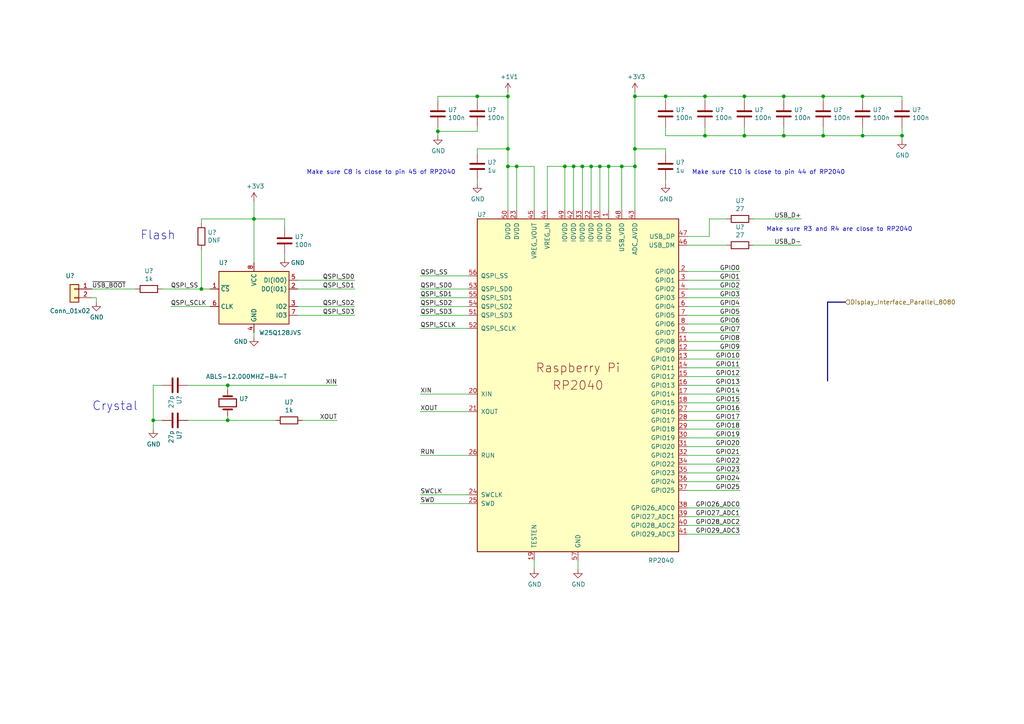
<source format=kicad_sch>
(kicad_sch (version 20211123) (generator eeschema)
  (paper "A4")
  (lib_symbols
    (symbol "Connector_Generic:Conn_01x02" (pin_names (offset 1.016) hide)
      (property "Reference" "J" (at 0 2.54 0))
      (property "Value" "Conn_01x02" (at 0 -5.08 0))
      (symbol "Conn_01x02_1_1"
        (rectangle (start -1.27 -2.413) (end 0 -2.667) (stroke (width 0.1524)))
        (rectangle (start -1.27 0.127) (end 0 -0.127) (stroke (width 0.1524)))
        (rectangle (start -1.27 1.27) (end 1.27 -3.81) (stroke (width 0.254)) (fill (type background)))
        (pin passive line (at -5.08 0 0) (length 3.81) (name "Pin_1") (number "1"))
        (pin passive line (at -5.08 -2.54 0) (length 3.81) (name "Pin_2") (number "2"))
      )
    )
    (symbol "Device:C" (pin_numbers hide) (pin_names (offset 0.254))
      (property "Reference" "C" (at 0.635 2.54 0))
      (property "Value" "C" (at 0.635 -2.54 0))
      (symbol "C_0_1"
        (polyline (pts (xy -2.032 -0.762) (xy 2.032 -0.762)) (stroke (width 0.508)))
        (polyline (pts (xy -2.032 0.762) (xy 2.032 0.762)) (stroke (width 0.508)))
      )
      (symbol "C_1_1"
        (pin passive line (at 0 3.81 270) (length 2.794) (name "~") (number "1"))
        (pin passive line (at 0 -3.81 90) (length 2.794) (name "~") (number "2"))
      )
    )
    (symbol "Device:Crystal" (pin_numbers hide) (pin_names (offset 1.016) hide)
      (property "Reference" "Y" (at 0 3.81 0))
      (property "Value" "Crystal" (at 0 -3.81 0))
      (symbol "Crystal_0_1"
        (rectangle (start -1.143 2.54) (end 1.143 -2.54) (stroke (width 0.3048)))
        (polyline (pts (xy -2.54 0) (xy -1.905 0)))
        (polyline (pts (xy -1.905 -1.27) (xy -1.905 1.27)) (stroke (width 0.508)))
        (polyline (pts (xy 1.905 -1.27) (xy 1.905 1.27)) (stroke (width 0.508)))
        (polyline (pts (xy 2.54 0) (xy 1.905 0)))
      )
      (symbol "Crystal_1_1"
        (pin passive line (at -3.81 0 0) (length 1.27) (name "1") (number "1"))
        (pin passive line (at 3.81 0 180) (length 1.27) (name "2") (number "2"))
      )
    )
    (symbol "Device:R" (pin_numbers hide) (pin_names (offset 0))
      (property "Reference" "R" (at 2.032 0 90))
      (property "Value" "R" (at 0 0 90))
      (symbol "R_0_1"
        (rectangle (start -1.016 -2.54) (end 1.016 2.54) (stroke (width 0.254)))
      )
      (symbol "R_1_1"
        (pin passive line (at 0 3.81 270) (length 1.27) (name "~") (number "1"))
        (pin passive line (at 0 -3.81 90) (length 1.27) (name "~") (number "2"))
      )
    )
    (symbol "MCU_RaspberryPi_RP2040:RP2040" (pin_names (offset 1.016))
      (property "Reference" "U" (at -29.21 49.53 0))
      (property "Value" "RP2040" (at 24.13 -49.53 0))
      (symbol "RP2040_0_0"
        (text "Raspberry Pi" (at 0 5.08 0) (effects (font (size 2.54 2.54))))
        (text "RP2040" (at 0 0 0) (effects (font (size 2.54 2.54))))
      )
      (symbol "RP2040_0_1"
        (rectangle (start 29.21 48.26) (end -29.21 -48.26) (stroke (width 0.254)) (fill (type background)))
      )
      (symbol "RP2040_1_1"
        (pin power_in line (at 8.89 50.8 270) (length 2.54) (name "IOVDD") (number "1"))
        (pin power_in line (at 6.35 50.8 270) (length 2.54) (name "IOVDD") (number "10"))
        (pin bidirectional line (at 31.75 12.7 180) (length 2.54) (name "GPIO8") (number "11"))
        (pin bidirectional line (at 31.75 10.16 180) (length 2.54) (name "GPIO9") (number "12"))
        (pin bidirectional line (at 31.75 7.62 180) (length 2.54) (name "GPIO10") (number "13"))
        (pin bidirectional line (at 31.75 5.08 180) (length 2.54) (name "GPIO11") (number "14"))
        (pin bidirectional line (at 31.75 2.54 180) (length 2.54) (name "GPIO12") (number "15"))
        (pin bidirectional line (at 31.75 0 180) (length 2.54) (name "GPIO13") (number "16"))
        (pin bidirectional line (at 31.75 -2.54 180) (length 2.54) (name "GPIO14") (number "17"))
        (pin bidirectional line (at 31.75 -5.08 180) (length 2.54) (name "GPIO15") (number "18"))
        (pin passive line (at -12.7 -50.8 90) (length 2.54) (name "TESTEN") (number "19"))
        (pin bidirectional line (at 31.75 33.02 180) (length 2.54) (name "GPIO0") (number "2"))
        (pin input line (at -31.75 -2.54 0) (length 2.54) (name "XIN") (number "20"))
        (pin passive line (at -31.75 -7.62 0) (length 2.54) (name "XOUT") (number "21"))
        (pin power_in line (at 3.81 50.8 270) (length 2.54) (name "IOVDD") (number "22"))
        (pin power_in line (at -17.78 50.8 270) (length 2.54) (name "DVDD") (number "23"))
        (pin output line (at -31.75 -31.75 0) (length 2.54) (name "SWCLK") (number "24"))
        (pin bidirectional line (at -31.75 -34.29 0) (length 2.54) (name "SWD") (number "25"))
        (pin input line (at -31.75 -20.32 0) (length 2.54) (name "RUN") (number "26"))
        (pin bidirectional line (at 31.75 -7.62 180) (length 2.54) (name "GPIO16") (number "27"))
        (pin bidirectional line (at 31.75 -10.16 180) (length 2.54) (name "GPIO17") (number "28"))
        (pin bidirectional line (at 31.75 -12.7 180) (length 2.54) (name "GPIO18") (number "29"))
        (pin bidirectional line (at 31.75 30.48 180) (length 2.54) (name "GPIO1") (number "3"))
        (pin bidirectional line (at 31.75 -15.24 180) (length 2.54) (name "GPIO19") (number "30"))
        (pin bidirectional line (at 31.75 -17.78 180) (length 2.54) (name "GPIO20") (number "31"))
        (pin bidirectional line (at 31.75 -20.32 180) (length 2.54) (name "GPIO21") (number "32"))
        (pin power_in line (at 1.27 50.8 270) (length 2.54) (name "IOVDD") (number "33"))
        (pin bidirectional line (at 31.75 -22.86 180) (length 2.54) (name "GPIO22") (number "34"))
        (pin bidirectional line (at 31.75 -25.4 180) (length 2.54) (name "GPIO23") (number "35"))
        (pin bidirectional line (at 31.75 -27.94 180) (length 2.54) (name "GPIO24") (number "36"))
        (pin bidirectional line (at 31.75 -30.48 180) (length 2.54) (name "GPIO25") (number "37"))
        (pin bidirectional line (at 31.75 -35.56 180) (length 2.54) (name "GPIO26_ADC0") (number "38"))
        (pin bidirectional line (at 31.75 -38.1 180) (length 2.54) (name "GPIO27_ADC1") (number "39"))
        (pin bidirectional line (at 31.75 27.94 180) (length 2.54) (name "GPIO2") (number "4"))
        (pin bidirectional line (at 31.75 -40.64 180) (length 2.54) (name "GPIO28_ADC2") (number "40"))
        (pin bidirectional line (at 31.75 -43.18 180) (length 2.54) (name "GPIO29_ADC3") (number "41"))
        (pin power_in line (at -1.27 50.8 270) (length 2.54) (name "IOVDD") (number "42"))
        (pin power_in line (at 16.51 50.8 270) (length 2.54) (name "ADC_AVDD") (number "43"))
        (pin power_in line (at -8.89 50.8 270) (length 2.54) (name "VREG_IN") (number "44"))
        (pin power_out line (at -12.7 50.8 270) (length 2.54) (name "VREG_VOUT") (number "45"))
        (pin bidirectional line (at 31.75 40.64 180) (length 2.54) (name "USB_DM") (number "46"))
        (pin bidirectional line (at 31.75 43.18 180) (length 2.54) (name "USB_DP") (number "47"))
        (pin power_in line (at 12.7 50.8 270) (length 2.54) (name "USB_VDD") (number "48"))
        (pin power_in line (at -3.81 50.8 270) (length 2.54) (name "IOVDD") (number "49"))
        (pin bidirectional line (at 31.75 25.4 180) (length 2.54) (name "GPIO3") (number "5"))
        (pin power_in line (at -20.32 50.8 270) (length 2.54) (name "DVDD") (number "50"))
        (pin bidirectional line (at -31.75 20.32 0) (length 2.54) (name "QSPI_SD3") (number "51"))
        (pin output line (at -31.75 16.51 0) (length 2.54) (name "QSPI_SCLK") (number "52"))
        (pin bidirectional line (at -31.75 27.94 0) (length 2.54) (name "QSPI_SD0") (number "53"))
        (pin bidirectional line (at -31.75 22.86 0) (length 2.54) (name "QSPI_SD2") (number "54"))
        (pin bidirectional line (at -31.75 25.4 0) (length 2.54) (name "QSPI_SD1") (number "55"))
        (pin bidirectional line (at -31.75 31.75 0) (length 2.54) (name "QSPI_SS") (number "56"))
        (pin power_in line (at 0 -50.8 90) (length 2.54) (name "GND") (number "57"))
        (pin bidirectional line (at 31.75 22.86 180) (length 2.54) (name "GPIO4") (number "6"))
        (pin bidirectional line (at 31.75 20.32 180) (length 2.54) (name "GPIO5") (number "7"))
        (pin bidirectional line (at 31.75 17.78 180) (length 2.54) (name "GPIO6") (number "8"))
        (pin bidirectional line (at 31.75 15.24 180) (length 2.54) (name "GPIO7") (number "9"))
      )
    )
    (symbol "Memory_Flash:W25Q128JVS"
      (property "Reference" "U" (at -8.89 8.89 0))
      (property "Value" "W25Q128JVS" (at 7.62 8.89 0))
      (symbol "W25Q128JVS_0_1"
        (rectangle (start -10.16 7.62) (end 10.16 -7.62) (stroke (width 0.254)) (fill (type background)))
      )
      (symbol "W25Q128JVS_1_1"
        (pin input line (at -12.7 2.54 0) (length 2.54) (name "~{CS}") (number "1"))
        (pin bidirectional line (at 12.7 2.54 180) (length 2.54) (name "DO(IO1)") (number "2"))
        (pin bidirectional line (at 12.7 -2.54 180) (length 2.54) (name "IO2") (number "3"))
        (pin power_in line (at 0 -10.16 90) (length 2.54) (name "GND") (number "4"))
        (pin bidirectional line (at 12.7 5.08 180) (length 2.54) (name "DI(IO0)") (number "5"))
        (pin input line (at -12.7 -2.54 0) (length 2.54) (name "CLK") (number "6"))
        (pin bidirectional line (at 12.7 -5.08 180) (length 2.54) (name "IO3") (number "7"))
        (pin power_in line (at 0 10.16 270) (length 2.54) (name "VCC") (number "8"))
      )
    )
    (symbol "power:+1V1" (power) (pin_names (offset 0))
      (property "Value" "+1V1" (at 0 3.556 0))
      (symbol "+1V1_0_1"
        (polyline (pts (xy -0.762 1.27) (xy 0 2.54)))
        (polyline (pts (xy 0 0) (xy 0 2.54)))
        (polyline (pts (xy 0 2.54) (xy 0.762 1.27)))
      )
      (symbol "+1V1_1_1"
        (pin power_in line (at 0 0 90) (length 0) hide (name "+1V1") (number "1"))
      )
    )
    (symbol "power:+3V3" (power) (pin_names (offset 0))
      (property "Value" "+3V3" (at 0 3.556 0))
      (symbol "+3V3_0_1"
        (polyline (pts (xy -0.762 1.27) (xy 0 2.54)))
        (polyline (pts (xy 0 0) (xy 0 2.54)))
        (polyline (pts (xy 0 2.54) (xy 0.762 1.27)))
      )
      (symbol "+3V3_1_1"
        (pin power_in line (at 0 0 90) (length 0) hide (name "+3V3") (number "1"))
      )
    )
    (symbol "power:GND" (power) (pin_names (offset 0))
      (property "Value" "GND" (at 0 -3.81 0))
      (symbol "GND_0_1"
        (polyline (pts (xy 0 0) (xy 0 -1.27) (xy 1.27 -1.27) (xy 0 -2.54) (xy -1.27 -1.27) (xy 0 -1.27)))
      )
      (symbol "GND_1_1"
        (pin power_in line (at 0 0 270) (length 0) hide (name "GND") (number "1"))
      )
    )
  )
  (junction (at 184.15 27.94))
  (junction (at 147.32 48.26))
  (junction (at 66.04 121.92))
  (junction (at 227.33 39.37))
  (junction (at 184.15 48.26))
  (junction (at 171.45 48.26))
  (junction (at 215.9 27.94))
  (junction (at 176.53 48.26))
  (junction (at 127 38.1))
  (junction (at 147.32 27.94))
  (junction (at 193.04 27.94))
  (junction (at 180.34 48.26))
  (junction (at 238.76 27.94))
  (junction (at 204.47 39.37))
  (junction (at 250.19 27.94))
  (junction (at 166.37 48.26))
  (junction (at 261.62 39.37))
  (junction (at 149.86 48.26))
  (junction (at 238.76 39.37))
  (junction (at 215.9 39.37))
  (junction (at 66.04 111.76))
  (junction (at 44.45 121.92))
  (junction (at 204.47 27.94))
  (junction (at 168.91 48.26))
  (junction (at 73.66 63.5))
  (junction (at 138.43 27.94))
  (junction (at 163.83 48.26))
  (junction (at 227.33 27.94))
  (junction (at 173.99 48.26))
  (junction (at 58.42 83.82))
  (junction (at 147.32 43.18))
  (junction (at 250.19 39.37))
  (junction (at 184.15 43.18))
  (wire (pts (xy 199.39 78.74) (xy 214.63 78.74)))
  (bus (pts (xy 245.11 87.63) (xy 240.03 87.63)))
  (wire (pts (xy 58.42 63.5) (xy 73.66 63.5)))
  (wire (pts (xy 199.39 137.16) (xy 214.63 137.16)))
  (wire (pts (xy 163.83 48.26) (xy 166.37 48.26)))
  (wire (pts (xy 180.34 60.96) (xy 180.34 48.26)))
  (wire (pts (xy 215.9 27.94) (xy 227.33 27.94)))
  (wire (pts (xy 199.39 93.98) (xy 214.63 93.98)))
  (wire (pts (xy 87.63 121.92) (xy 97.79 121.92)))
  (wire (pts (xy 204.47 27.94) (xy 215.9 27.94)))
  (wire (pts (xy 27.94 86.36) (xy 27.94 87.63)))
  (wire (pts (xy 44.45 111.76) (xy 44.45 121.92)))
  (wire (pts (xy 199.39 83.82) (xy 214.63 83.82)))
  (wire (pts (xy 82.55 73.66) (xy 82.55 74.93)))
  (wire (pts (xy 199.39 134.62) (xy 214.63 134.62)))
  (wire (pts (xy 261.62 39.37) (xy 261.62 40.64)))
  (wire (pts (xy 154.94 48.26) (xy 149.86 48.26)))
  (wire (pts (xy 49.53 88.9) (xy 60.96 88.9)))
  (wire (pts (xy 66.04 120.65) (xy 66.04 121.92)))
  (wire (pts (xy 199.39 142.24) (xy 214.63 142.24)))
  (wire (pts (xy 199.39 139.7) (xy 214.63 139.7)))
  (wire (pts (xy 138.43 29.21) (xy 138.43 27.94)))
  (wire (pts (xy 199.39 149.86) (xy 214.63 149.86)))
  (wire (pts (xy 199.39 106.68) (xy 214.63 106.68)))
  (wire (pts (xy 149.86 48.26) (xy 147.32 48.26)))
  (wire (pts (xy 227.33 29.21) (xy 227.33 27.94)))
  (wire (pts (xy 227.33 27.94) (xy 238.76 27.94)))
  (wire (pts (xy 121.92 88.9) (xy 135.89 88.9)))
  (wire (pts (xy 158.75 60.96) (xy 158.75 48.26)))
  (wire (pts (xy 58.42 83.82) (xy 60.96 83.82)))
  (wire (pts (xy 199.39 96.52) (xy 214.63 96.52)))
  (wire (pts (xy 127 38.1) (xy 127 39.37)))
  (wire (pts (xy 238.76 39.37) (xy 227.33 39.37)))
  (wire (pts (xy 238.76 36.83) (xy 238.76 39.37)))
  (wire (pts (xy 180.34 48.26) (xy 184.15 48.26)))
  (wire (pts (xy 149.86 60.96) (xy 149.86 48.26)))
  (wire (pts (xy 135.89 143.51) (xy 121.92 143.51)))
  (wire (pts (xy 215.9 29.21) (xy 215.9 27.94)))
  (wire (pts (xy 193.04 27.94) (xy 204.47 27.94)))
  (wire (pts (xy 154.94 60.96) (xy 154.94 48.26)))
  (wire (pts (xy 199.39 101.6) (xy 214.63 101.6)))
  (wire (pts (xy 238.76 29.21) (xy 238.76 27.94)))
  (bus (pts (xy 240.03 87.63) (xy 240.03 110.49)))
  (wire (pts (xy 73.66 63.5) (xy 73.66 76.2)))
  (wire (pts (xy 54.61 121.92) (xy 66.04 121.92)))
  (wire (pts (xy 199.39 71.12) (xy 210.82 71.12)))
  (wire (pts (xy 199.39 68.58) (xy 205.74 68.58)))
  (wire (pts (xy 46.99 111.76) (xy 44.45 111.76)))
  (wire (pts (xy 135.89 119.38) (xy 121.92 119.38)))
  (wire (pts (xy 168.91 48.26) (xy 171.45 48.26)))
  (wire (pts (xy 199.39 88.9) (xy 214.63 88.9)))
  (wire (pts (xy 121.92 91.44) (xy 135.89 91.44)))
  (wire (pts (xy 193.04 44.45) (xy 193.04 43.18)))
  (wire (pts (xy 44.45 121.92) (xy 44.45 124.46)))
  (wire (pts (xy 86.36 91.44) (xy 102.87 91.44)))
  (wire (pts (xy 199.39 86.36) (xy 214.63 86.36)))
  (wire (pts (xy 199.39 114.3) (xy 214.63 114.3)))
  (wire (pts (xy 147.32 26.67) (xy 147.32 27.94)))
  (wire (pts (xy 46.99 83.82) (xy 58.42 83.82)))
  (wire (pts (xy 173.99 48.26) (xy 176.53 48.26)))
  (wire (pts (xy 166.37 60.96) (xy 166.37 48.26)))
  (wire (pts (xy 227.33 36.83) (xy 227.33 39.37)))
  (wire (pts (xy 147.32 48.26) (xy 147.32 60.96)))
  (wire (pts (xy 261.62 36.83) (xy 261.62 39.37)))
  (wire (pts (xy 250.19 36.83) (xy 250.19 39.37)))
  (wire (pts (xy 176.53 48.26) (xy 180.34 48.26)))
  (wire (pts (xy 250.19 27.94) (xy 261.62 27.94)))
  (wire (pts (xy 135.89 132.08) (xy 121.92 132.08)))
  (wire (pts (xy 73.66 58.42) (xy 73.66 63.5)))
  (wire (pts (xy 199.39 99.06) (xy 214.63 99.06)))
  (wire (pts (xy 193.04 29.21) (xy 193.04 27.94)))
  (wire (pts (xy 227.33 39.37) (xy 215.9 39.37)))
  (wire (pts (xy 184.15 26.67) (xy 184.15 27.94)))
  (wire (pts (xy 163.83 60.96) (xy 163.83 48.26)))
  (wire (pts (xy 138.43 27.94) (xy 147.32 27.94)))
  (wire (pts (xy 204.47 36.83) (xy 204.47 39.37)))
  (wire (pts (xy 147.32 27.94) (xy 147.32 43.18)))
  (wire (pts (xy 199.39 147.32) (xy 214.63 147.32)))
  (wire (pts (xy 250.19 39.37) (xy 238.76 39.37)))
  (wire (pts (xy 135.89 146.05) (xy 121.92 146.05)))
  (wire (pts (xy 204.47 39.37) (xy 193.04 39.37)))
  (wire (pts (xy 184.15 48.26) (xy 184.15 60.96)))
  (wire (pts (xy 204.47 29.21) (xy 204.47 27.94)))
  (wire (pts (xy 127 29.21) (xy 127 27.94)))
  (wire (pts (xy 184.15 43.18) (xy 184.15 48.26)))
  (wire (pts (xy 205.74 63.5) (xy 205.74 68.58)))
  (wire (pts (xy 218.44 63.5) (xy 232.41 63.5)))
  (wire (pts (xy 184.15 27.94) (xy 184.15 43.18)))
  (wire (pts (xy 135.89 80.01) (xy 121.92 80.01)))
  (wire (pts (xy 205.74 63.5) (xy 210.82 63.5)))
  (wire (pts (xy 135.89 95.25) (xy 121.92 95.25)))
  (wire (pts (xy 138.43 38.1) (xy 138.43 36.83)))
  (wire (pts (xy 199.39 132.08) (xy 214.63 132.08)))
  (wire (pts (xy 138.43 44.45) (xy 138.43 43.18)))
  (wire (pts (xy 199.39 109.22) (xy 214.63 109.22)))
  (wire (pts (xy 86.36 88.9) (xy 102.87 88.9)))
  (wire (pts (xy 250.19 29.21) (xy 250.19 27.94)))
  (wire (pts (xy 138.43 43.18) (xy 147.32 43.18)))
  (wire (pts (xy 82.55 66.04) (xy 82.55 63.5)))
  (wire (pts (xy 127 36.83) (xy 127 38.1)))
  (wire (pts (xy 127 38.1) (xy 138.43 38.1)))
  (wire (pts (xy 184.15 43.18) (xy 193.04 43.18)))
  (wire (pts (xy 199.39 127) (xy 214.63 127)))
  (wire (pts (xy 121.92 86.36) (xy 135.89 86.36)))
  (wire (pts (xy 171.45 48.26) (xy 173.99 48.26)))
  (wire (pts (xy 166.37 48.26) (xy 168.91 48.26)))
  (wire (pts (xy 154.94 162.56) (xy 154.94 165.1)))
  (wire (pts (xy 193.04 52.07) (xy 193.04 53.34)))
  (wire (pts (xy 121.92 83.82) (xy 135.89 83.82)))
  (wire (pts (xy 199.39 91.44) (xy 214.63 91.44)))
  (wire (pts (xy 138.43 52.07) (xy 138.43 53.34)))
  (wire (pts (xy 199.39 81.28) (xy 214.63 81.28)))
  (wire (pts (xy 158.75 48.26) (xy 163.83 48.26)))
  (wire (pts (xy 199.39 119.38) (xy 214.63 119.38)))
  (wire (pts (xy 66.04 111.76) (xy 97.79 111.76)))
  (wire (pts (xy 73.66 63.5) (xy 82.55 63.5)))
  (wire (pts (xy 176.53 48.26) (xy 176.53 60.96)))
  (wire (pts (xy 199.39 129.54) (xy 214.63 129.54)))
  (wire (pts (xy 199.39 121.92) (xy 214.63 121.92)))
  (wire (pts (xy 127 27.94) (xy 138.43 27.94)))
  (wire (pts (xy 193.04 36.83) (xy 193.04 39.37)))
  (wire (pts (xy 73.66 96.52) (xy 73.66 97.79)))
  (wire (pts (xy 86.36 81.28) (xy 102.87 81.28)))
  (wire (pts (xy 199.39 104.14) (xy 214.63 104.14)))
  (wire (pts (xy 215.9 39.37) (xy 204.47 39.37)))
  (wire (pts (xy 171.45 60.96) (xy 171.45 48.26)))
  (wire (pts (xy 199.39 152.4) (xy 214.63 152.4)))
  (wire (pts (xy 199.39 116.84) (xy 214.63 116.84)))
  (wire (pts (xy 39.37 83.82) (xy 26.67 83.82)))
  (wire (pts (xy 261.62 29.21) (xy 261.62 27.94)))
  (wire (pts (xy 218.44 71.12) (xy 232.41 71.12)))
  (wire (pts (xy 58.42 64.77) (xy 58.42 63.5)))
  (wire (pts (xy 121.92 114.3) (xy 135.89 114.3)))
  (wire (pts (xy 250.19 39.37) (xy 261.62 39.37)))
  (wire (pts (xy 215.9 36.83) (xy 215.9 39.37)))
  (wire (pts (xy 173.99 60.96) (xy 173.99 48.26)))
  (wire (pts (xy 66.04 121.92) (xy 80.01 121.92)))
  (wire (pts (xy 238.76 27.94) (xy 250.19 27.94)))
  (wire (pts (xy 86.36 83.82) (xy 102.87 83.82)))
  (wire (pts (xy 199.39 124.46) (xy 214.63 124.46)))
  (wire (pts (xy 167.64 162.56) (xy 167.64 165.1)))
  (wire (pts (xy 184.15 27.94) (xy 193.04 27.94)))
  (wire (pts (xy 199.39 111.76) (xy 214.63 111.76)))
  (wire (pts (xy 26.67 86.36) (xy 27.94 86.36)))
  (wire (pts (xy 168.91 60.96) (xy 168.91 48.26)))
  (wire (pts (xy 147.32 43.18) (xy 147.32 48.26)))
  (wire (pts (xy 66.04 113.03) (xy 66.04 111.76)))
  (wire (pts (xy 199.39 154.94) (xy 214.63 154.94)))
  (wire (pts (xy 58.42 72.39) (xy 58.42 83.82)))
  (wire (pts (xy 46.99 121.92) (xy 44.45 121.92)))
  (wire (pts (xy 54.61 111.76) (xy 66.04 111.76)))
  (text "Flash" (at 40.64 69.85 0) (effects (font (size 2.54 2.54)) (justify left bottom)))
  (text "Make sure R3 and R4 are close to RP2040" (at 222.25 67.31 0) (effects (font (size 1.27 1.27)) (justify left bottom)))
  (text "Make sure C8 is close to pin 45 of RP2040" (at 88.9 50.8 0) (effects (font (size 1.27 1.27)) (justify left bottom)))
  (text "Crystal" (at 26.67 119.38 0) (effects (font (size 2.54 2.54)) (justify left bottom)))
  (text "Make sure C10 is close to pin 44 of RP2040" (at 200.66 50.8 0) (effects (font (size 1.27 1.27)) (justify left bottom)))
  (label "QSPI_SD1" (at 121.92 86.36 0))
  (label "GPIO12" (at 214.63 109.22 180))
  (label "SWCLK" (at 121.92 143.51 0))
  (label "GPIO25" (at 214.63 142.24 180))
  (label "GPIO14" (at 214.63 114.3 180))
  (label "GPIO5" (at 214.63 91.44 180))
  (label "USB_D+" (at 232.41 63.5 180))
  (label "USB_D-" (at 232.41 71.12 180))
  (label "GPIO0" (at 214.63 78.74 180))
  (label "QSPI_SS" (at 49.53 83.82 0))
  (label "QSPI_SCLK" (at 49.53 88.9 0))
  (label "RUN" (at 121.92 132.08 0))
  (label "QSPI_SD3" (at 102.87 91.44 180))
  (label "GPIO7" (at 214.63 96.52 180))
  (label "~{USB_BOOT}" (at 26.67 83.82 0))
  (label "QSPI_SD2" (at 121.92 88.9 0))
  (label "GPIO2" (at 214.63 83.82 180))
  (label "GPIO18" (at 214.63 124.46 180))
  (label "SWD" (at 121.92 146.05 0))
  (label "QSPI_SD2" (at 102.87 88.9 180))
  (label "QSPI_SD1" (at 102.87 83.82 180))
  (label "GPIO27_ADC1" (at 214.63 149.86 180))
  (label "GPIO9" (at 214.63 101.6 180))
  (label "GPIO15" (at 214.63 116.84 180))
  (label "GPIO13" (at 214.63 111.76 180))
  (label "GPIO11" (at 214.63 106.68 180))
  (label "GPIO1" (at 214.63 81.28 180))
  (label "XIN" (at 97.79 111.76 180))
  (label "XOUT" (at 121.92 119.38 0))
  (label "QSPI_SCLK" (at 121.92 95.25 0))
  (label "QSPI_SD0" (at 102.87 81.28 180))
  (label "GPIO10" (at 214.63 104.14 180))
  (label "GPIO8" (at 214.63 99.06 180))
  (label "GPIO21" (at 214.63 132.08 180))
  (label "GPIO16" (at 214.63 119.38 180))
  (label "GPIO28_ADC2" (at 214.63 152.4 180))
  (label "GPIO4" (at 214.63 88.9 180))
  (label "GPIO19" (at 214.63 127 180))
  (label "QSPI_SD3" (at 121.92 91.44 0))
  (label "QSPI_SS" (at 121.92 80.01 0))
  (label "GPIO6" (at 214.63 93.98 180))
  (label "XIN" (at 121.92 114.3 0))
  (label "GPIO29_ADC3" (at 214.63 154.94 180))
  (label "GPIO22" (at 214.63 134.62 180))
  (label "GPIO3" (at 214.63 86.36 180))
  (label "GPIO24" (at 214.63 139.7 180))
  (label "GPIO17" (at 214.63 121.92 180))
  (label "XOUT" (at 97.79 121.92 180))
  (label "GPIO20" (at 214.63 129.54 180))
  (label "GPIO23" (at 214.63 137.16 180))
  (label "GPIO26_ADC0" (at 214.63 147.32 180))
  (label "QSPI_SD0" (at 121.92 83.82 0))
  (hierarchical_label "Display_Interface_Parallel_8080" (shape input) (at 245.11 87.63 0))
  (symbol (lib_id "Device:C") (at 250.19 33.02 0) (unit 1)
    (property "Reference" "U?" (at 253.111 31.8516 0) (effects (justify left)))
    (property "Value" "100n" (at 253.111 34.163 0) (effects (justify left)))
    (property "Footprint" "Capacitor_SMD:C_0402_1005Metric" (effects hide))
  )
  (symbol (lib_id "Device:R") (at 214.63 63.5 270) (unit 1)
    (property "Reference" "U?" (at 214.63 58.2422 90))
    (property "Value" "27" (at 214.63 60.5536 90))
    (property "Footprint" "Capacitor_SMD:C_0402_1005Metric" (effects hide))
  )
  (symbol (lib_id "Device:C") (at 50.8 111.76 270) (unit 1)
    (property "Reference" "U?" (at 51.9684 114.681 0) (effects (justify left)))
    (property "Value" "27p" (at 49.657 114.681 0) (effects (justify left)))
    (property "Footprint" "Capacitor_SMD:C_0402_1005Metric" (effects hide))
  )
  (symbol (lib_id "Device:R") (at 83.82 121.92 270) (unit 1)
    (property "Reference" "U?" (at 83.82 116.6622 90))
    (property "Value" "1k" (at 83.82 118.9736 90))
    (property "Footprint" "Capacitor_SMD:C_0402_1005Metric" (effects hide))
  )
  (symbol (lib_id "MCU_RaspberryPi_RP2040:RP2040") (at 167.64 111.76 0) (unit 1)
    (property "Reference" "U?" (at 139.7 62.23 0))
    (property "Value" "RP2040" (at 191.77 162.56 0))
    (property "Footprint" "RP2040_minimal:RP2040-QFN-56" (effects hide))
  )
  (symbol (lib_id "Device:C") (at 82.55 69.85 0) (unit 1)
    (property "Reference" "U?" (at 85.471 68.6816 0) (effects (justify left)))
    (property "Value" "100n" (at 85.471 70.993 0) (effects (justify left)))
    (property "Footprint" "Capacitor_SMD:C_0402_1005Metric" (effects hide))
  )
  (symbol (lib_id "Device:C") (at 261.62 33.02 0) (unit 1)
    (property "Reference" "U?" (at 264.541 31.8516 0) (effects (justify left)))
    (property "Value" "100n" (at 264.541 34.163 0) (effects (justify left)))
    (property "Footprint" "Capacitor_SMD:C_0402_1005Metric" (effects hide))
  )
  (symbol (lib_id "Device:C") (at 215.9 33.02 0) (unit 1)
    (property "Reference" "U?" (at 218.821 31.8516 0) (effects (justify left)))
    (property "Value" "100n" (at 218.821 34.163 0) (effects (justify left)))
    (property "Footprint" "Capacitor_SMD:C_0402_1005Metric" (effects hide))
  )
  (symbol (lib_id "Device:R") (at 214.63 71.12 270) (unit 1)
    (property "Reference" "U?" (at 214.63 65.8622 90))
    (property "Value" "27" (at 214.63 68.1736 90))
    (property "Footprint" "Capacitor_SMD:C_0402_1005Metric" (effects hide))
  )
  (symbol (lib_id "Device:C") (at 138.43 33.02 0) (unit 1)
    (property "Reference" "U?" (at 141.351 31.8516 0) (effects (justify left)))
    (property "Value" "100n" (at 141.351 34.163 0) (effects (justify left)))
    (property "Footprint" "Capacitor_SMD:C_0402_1005Metric" (effects hide))
  )
  (symbol (lib_id "power:GND") (at 73.66 97.79 0) (unit 1)
    (property "Reference" "#PWR?" (effects hide))
    (property "Value" "GND" (at 69.85 99.06 0))
  )
  (symbol (lib_id "power:GND") (at 127 39.37 0) (unit 1)
    (property "Reference" "#PWR?" (effects hide))
    (property "Value" "GND" (at 127.127 43.7642 0))
  )
  (symbol (lib_id "power:GND") (at 27.94 87.63 0) (unit 1)
    (property "Reference" "#PWR?" (effects hide))
    (property "Value" "GND" (at 28.067 92.0242 0))
  )
  (symbol (lib_id "power:GND") (at 261.62 40.64 0) (unit 1)
    (property "Reference" "#PWR?" (effects hide))
    (property "Value" "GND" (at 261.747 45.0342 0))
  )
  (symbol (lib_id "power:+1V1") (at 147.32 26.67 0) (unit 1)
    (property "Reference" "#PWR?" (effects hide))
    (property "Value" "+1V1" (at 147.701 22.2758 0))
  )
  (symbol (lib_id "Device:C") (at 50.8 121.92 270) (unit 1)
    (property "Reference" "U?" (at 51.9684 124.841 0) (effects (justify left)))
    (property "Value" "27p" (at 49.657 124.841 0) (effects (justify left)))
    (property "Footprint" "Capacitor_SMD:C_0402_1005Metric" (effects hide))
  )
  (symbol (lib_id "power:GND") (at 154.94 165.1 0) (unit 1)
    (property "Reference" "#PWR?" (effects hide))
    (property "Value" "GND" (at 155.067 169.4942 0))
  )
  (symbol (lib_id "Device:C") (at 138.43 48.26 0) (unit 1)
    (property "Reference" "U?" (at 141.351 47.0916 0) (effects (justify left)))
    (property "Value" "1u" (at 141.351 49.403 0) (effects (justify left)))
    (property "Footprint" "Capacitor_SMD:C_0402_1005Metric" (effects hide))
  )
  (symbol (lib_id "power:GND") (at 138.43 53.34 0) (unit 1)
    (property "Reference" "#PWR?" (effects hide))
    (property "Value" "GND" (at 138.557 57.7342 0))
  )
  (symbol (lib_id "Device:C") (at 193.04 33.02 0) (unit 1)
    (property "Reference" "U?" (at 195.961 31.8516 0) (effects (justify left)))
    (property "Value" "100n" (at 195.961 34.163 0) (effects (justify left)))
    (property "Footprint" "Capacitor_SMD:C_0402_1005Metric" (effects hide))
  )
  (symbol (lib_id "Device:R") (at 58.42 68.58 0) (unit 1)
    (property "Reference" "U?" (at 60.198 67.4116 0) (effects (justify left)))
    (property "Value" "DNF" (at 60.198 69.723 0) (effects (justify left)))
    (property "Footprint" "Capacitor_SMD:C_0402_1005Metric" (effects hide))
  )
  (symbol (lib_id "power:GND") (at 167.64 165.1 0) (unit 1)
    (property "Reference" "#PWR?" (effects hide))
    (property "Value" "GND" (at 167.767 169.4942 0))
  )
  (symbol (lib_id "Device:Crystal") (at 66.04 116.84 270) (unit 1)
    (property "Reference" "U?" (at 69.3674 115.6716 90) (effects (justify left)))
    (property "Value" "ABLS-12.000MHZ-B4-T" (at 59.69 109.22 90) (effects (justify left)))
    (property "Footprint" "RP2040_minimal:Crystal_SMD_HC49-US" (effects hide))
  )
  (symbol (lib_id "Device:C") (at 204.47 33.02 0) (unit 1)
    (property "Reference" "U?" (at 207.391 31.8516 0) (effects (justify left)))
    (property "Value" "100n" (at 207.391 34.163 0) (effects (justify left)))
    (property "Footprint" "Capacitor_SMD:C_0402_1005Metric" (effects hide))
  )
  (symbol (lib_id "Memory_Flash:W25Q128JVS") (at 73.66 86.36 0) (unit 1)
    (property "Reference" "U?" (at 64.77 76.2 0))
    (property "Value" "W25Q128JVS" (at 81.28 96.52 0))
    (property "Footprint" "Package_SO:SOIC-8_5.23x5.23mm_P1.27mm" (effects hide))
    (property "Datasheet" "http://www.winbond.com/resource-files/w25q128jv_dtr%20revc%2003272018%20plus.pdf" (effects hide))
  )
  (symbol (lib_id "power:GND") (at 82.55 74.93 0) (unit 1)
    (property "Reference" "#PWR?" (effects hide))
    (property "Value" "GND" (at 86.36 76.2 0))
  )
  (symbol (lib_id "Device:C") (at 227.33 33.02 0) (unit 1)
    (property "Reference" "U?" (at 230.251 31.8516 0) (effects (justify left)))
    (property "Value" "100n" (at 230.251 34.163 0) (effects (justify left)))
    (property "Footprint" "Capacitor_SMD:C_0402_1005Metric" (effects hide))
  )
  (symbol (lib_id "power:+3V3") (at 184.15 26.67 0) (unit 1)
    (property "Reference" "#PWR?" (effects hide))
    (property "Value" "+3V3" (at 184.531 22.2758 0))
  )
  (symbol (lib_id "power:GND") (at 44.45 124.46 0) (unit 1)
    (property "Reference" "#PWR?" (effects hide))
    (property "Value" "GND" (at 44.577 128.8542 0))
  )
  (symbol (lib_id "Device:C") (at 238.76 33.02 0) (unit 1)
    (property "Reference" "U?" (at 241.681 31.8516 0) (effects (justify left)))
    (property "Value" "100n" (at 241.681 34.163 0) (effects (justify left)))
    (property "Footprint" "Capacitor_SMD:C_0402_1005Metric" (effects hide))
  )
  (symbol (lib_id "power:GND") (at 193.04 53.34 0) (unit 1)
    (property "Reference" "#PWR?" (effects hide))
    (property "Value" "GND" (at 193.167 57.7342 0))
  )
  (symbol (lib_id "Device:C") (at 127 33.02 0) (unit 1)
    (property "Reference" "U?" (at 129.921 31.8516 0) (effects (justify left)))
    (property "Value" "100n" (at 129.921 34.163 0) (effects (justify left)))
    (property "Footprint" "Capacitor_SMD:C_0402_1005Metric" (effects hide))
  )
  (symbol (lib_id "power:+3V3") (at 73.66 58.42 0) (unit 1)
    (property "Reference" "#PWR?" (effects hide))
    (property "Value" "+3V3" (at 74.041 54.0258 0))
  )
  (symbol (lib_id "Device:R") (at 43.18 83.82 270) (unit 1)
    (property "Reference" "U?" (at 43.18 78.5622 90))
    (property "Value" "1k" (at 43.18 80.8736 90))
    (property "Footprint" "Capacitor_SMD:C_0402_1005Metric" (effects hide))
  )
  (symbol (lib_id "Device:C") (at 193.04 48.26 0) (unit 1)
    (property "Reference" "U?" (at 195.961 47.0916 0) (effects (justify left)))
    (property "Value" "1u" (at 195.961 49.403 0) (effects (justify left)))
    (property "Footprint" "Capacitor_SMD:C_0402_1005Metric" (effects hide))
  )
  (symbol (lib_id "Connector_Generic:Conn_01x02") (at 21.59 83.82 0) (mirror y) (unit 1)
    (property "Reference" "U?" (at 20.32 80.01 0))
    (property "Value" "Conn_01x02" (at 20.32 90.17 0))
    (property "Footprint" "Connector_PinHeader_2.54mm:PinHeader_1x02_P2.54mm_Vertical" (effects hide))
  )
)
</source>
